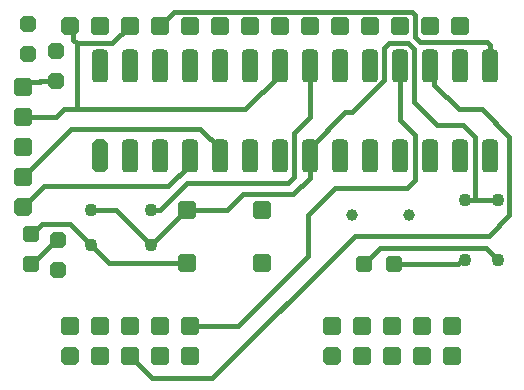
<source format=gbr>
G04*
G04 #@! TF.GenerationSoftware,Altium Limited,Altium Designer,21.2.2 (38)*
G04*
G04 Layer_Physical_Order=2*
G04 Layer_Color=16711680*
%FSLAX44Y44*%
%MOMM*%
G71*
G04*
G04 #@! TF.SameCoordinates,11E53DB6-EA1C-46B5-B3C1-A0E245133AF0*
G04*
G04*
G04 #@! TF.FilePolarity,Positive*
G04*
G01*
G75*
G04:AMPARAMS|DCode=16|XSize=1.6002mm|YSize=1.6002mm|CornerRadius=0.4001mm|HoleSize=0mm|Usage=FLASHONLY|Rotation=0.000|XOffset=0mm|YOffset=0mm|HoleType=Round|Shape=RoundedRectangle|*
%AMROUNDEDRECTD16*
21,1,1.6002,0.8001,0,0,0.0*
21,1,0.8001,1.6002,0,0,0.0*
1,1,0.8001,0.4001,-0.4001*
1,1,0.8001,-0.4001,-0.4001*
1,1,0.8001,-0.4001,0.4001*
1,1,0.8001,0.4001,0.4001*
%
%ADD16ROUNDEDRECTD16*%
G04:AMPARAMS|DCode=17|XSize=1.6002mm|YSize=1.6002mm|CornerRadius=0mm|HoleSize=0mm|Usage=FLASHONLY|Rotation=0.000|XOffset=0mm|YOffset=0mm|HoleType=Round|Shape=Octagon|*
%AMOCTAGOND17*
4,1,8,0.8001,-0.4001,0.8001,0.4001,0.4001,0.8001,-0.4001,0.8001,-0.8001,0.4001,-0.8001,-0.4001,-0.4001,-0.8001,0.4001,-0.8001,0.8001,-0.4001,0.0*
%
%ADD17OCTAGOND17*%

G04:AMPARAMS|DCode=18|XSize=1.4mm|YSize=1.4mm|CornerRadius=0mm|HoleSize=0mm|Usage=FLASHONLY|Rotation=270.000|XOffset=0mm|YOffset=0mm|HoleType=Round|Shape=Octagon|*
%AMOCTAGOND18*
4,1,8,-0.3500,-0.7000,0.3500,-0.7000,0.7000,-0.3500,0.7000,0.3500,0.3500,0.7000,-0.3500,0.7000,-0.7000,0.3500,-0.7000,-0.3500,-0.3500,-0.7000,0.0*
%
%ADD18OCTAGOND18*%

G04:AMPARAMS|DCode=19|XSize=1.4mm|YSize=1.4mm|CornerRadius=0.35mm|HoleSize=0mm|Usage=FLASHONLY|Rotation=0.000|XOffset=0mm|YOffset=0mm|HoleType=Round|Shape=RoundedRectangle|*
%AMROUNDEDRECTD19*
21,1,1.4000,0.7000,0,0,0.0*
21,1,0.7000,1.4000,0,0,0.0*
1,1,0.7000,0.3500,-0.3500*
1,1,0.7000,-0.3500,-0.3500*
1,1,0.7000,-0.3500,0.3500*
1,1,0.7000,0.3500,0.3500*
%
%ADD19ROUNDEDRECTD19*%
G04:AMPARAMS|DCode=20|XSize=1.397mm|YSize=2.794mm|CornerRadius=0mm|HoleSize=0mm|Usage=FLASHONLY|Rotation=0.000|XOffset=0mm|YOffset=0mm|HoleType=Round|Shape=Octagon|*
%AMOCTAGOND20*
4,1,8,-0.3493,1.3970,0.3493,1.3970,0.6985,1.0478,0.6985,-1.0478,0.3493,-1.3970,-0.3493,-1.3970,-0.6985,-1.0478,-0.6985,1.0478,-0.3493,1.3970,0.0*
%
%ADD20OCTAGOND20*%

G04:AMPARAMS|DCode=21|XSize=1.397mm|YSize=2.794mm|CornerRadius=0.3493mm|HoleSize=0mm|Usage=FLASHONLY|Rotation=0.000|XOffset=0mm|YOffset=0mm|HoleType=Round|Shape=RoundedRectangle|*
%AMROUNDEDRECTD21*
21,1,1.3970,2.0955,0,0,0.0*
21,1,0.6985,2.7940,0,0,0.0*
1,1,0.6985,0.3493,-1.0478*
1,1,0.6985,-0.3493,-1.0478*
1,1,0.6985,-0.3493,1.0478*
1,1,0.6985,0.3493,1.0478*
%
%ADD21ROUNDEDRECTD21*%
G04:AMPARAMS|DCode=22|XSize=1.6002mm|YSize=1.6002mm|CornerRadius=0.4001mm|HoleSize=0mm|Usage=FLASHONLY|Rotation=90.000|XOffset=0mm|YOffset=0mm|HoleType=Round|Shape=RoundedRectangle|*
%AMROUNDEDRECTD22*
21,1,1.6002,0.8001,0,0,90.0*
21,1,0.8001,1.6002,0,0,90.0*
1,1,0.8001,0.4001,0.4001*
1,1,0.8001,0.4001,-0.4001*
1,1,0.8001,-0.4001,-0.4001*
1,1,0.8001,-0.4001,0.4001*
%
%ADD22ROUNDEDRECTD22*%
G04:AMPARAMS|DCode=23|XSize=1.6002mm|YSize=1.6002mm|CornerRadius=0mm|HoleSize=0mm|Usage=FLASHONLY|Rotation=90.000|XOffset=0mm|YOffset=0mm|HoleType=Round|Shape=Octagon|*
%AMOCTAGOND23*
4,1,8,0.4001,0.8001,-0.4001,0.8001,-0.8001,0.4001,-0.8001,-0.4001,-0.4001,-0.8001,0.4001,-0.8001,0.8001,-0.4001,0.8001,0.4001,0.4001,0.8001,0.0*
%
%ADD23OCTAGOND23*%

%ADD24C,1.1000*%
G04:AMPARAMS|DCode=25|XSize=1.6mm|YSize=1.6mm|CornerRadius=0.4mm|HoleSize=0mm|Usage=FLASHONLY|Rotation=90.000|XOffset=0mm|YOffset=0mm|HoleType=Round|Shape=RoundedRectangle|*
%AMROUNDEDRECTD25*
21,1,1.6000,0.8000,0,0,90.0*
21,1,0.8000,1.6000,0,0,90.0*
1,1,0.8000,0.4000,0.4000*
1,1,0.8000,0.4000,-0.4000*
1,1,0.8000,-0.4000,-0.4000*
1,1,0.8000,-0.4000,0.4000*
%
%ADD25ROUNDEDRECTD25*%
%ADD26C,1.0000*%
G04:AMPARAMS|DCode=27|XSize=1.4mm|YSize=1.4mm|CornerRadius=0.35mm|HoleSize=0mm|Usage=FLASHONLY|Rotation=90.000|XOffset=0mm|YOffset=0mm|HoleType=Round|Shape=RoundedRectangle|*
%AMROUNDEDRECTD27*
21,1,1.4000,0.7000,0,0,90.0*
21,1,0.7000,1.4000,0,0,90.0*
1,1,0.7000,0.3500,0.3500*
1,1,0.7000,0.3500,-0.3500*
1,1,0.7000,-0.3500,-0.3500*
1,1,0.7000,-0.3500,0.3500*
%
%ADD27ROUNDEDRECTD27*%
%ADD28C,0.4000*%
D16*
X368300Y311123D02*
D03*
X342900D02*
D03*
X317500D02*
D03*
X292100D02*
D03*
X266700D02*
D03*
X241300D02*
D03*
X215900D02*
D03*
X190500D02*
D03*
X165100D02*
D03*
X139700D02*
D03*
X114300D02*
D03*
X88900D02*
D03*
X63500D02*
D03*
X139700Y57150D02*
D03*
Y31750D02*
D03*
X114300Y57150D02*
D03*
Y31750D02*
D03*
X88900Y57150D02*
D03*
Y31750D02*
D03*
X63500Y57150D02*
D03*
Y31750D02*
D03*
X38100Y57150D02*
D03*
X361950D02*
D03*
Y31750D02*
D03*
X336550Y57150D02*
D03*
Y31750D02*
D03*
X311150Y57150D02*
D03*
Y31750D02*
D03*
X285750Y57150D02*
D03*
Y31750D02*
D03*
X260350Y57150D02*
D03*
D17*
X38100Y311123D02*
D03*
Y31750D02*
D03*
X260350D02*
D03*
D18*
X2540Y287020D02*
D03*
Y312420D02*
D03*
X26670Y289560D02*
D03*
Y264160D02*
D03*
X27940Y104140D02*
D03*
Y129540D02*
D03*
D19*
X312420Y109220D02*
D03*
X287020D02*
D03*
D20*
X63500Y200660D02*
D03*
D21*
X88900D02*
D03*
X114300D02*
D03*
X139700D02*
D03*
X165100D02*
D03*
X190500D02*
D03*
X215900D02*
D03*
X241300D02*
D03*
X266700D02*
D03*
X292100D02*
D03*
X317500D02*
D03*
X342900D02*
D03*
X368300D02*
D03*
X393700D02*
D03*
Y276860D02*
D03*
X368300D02*
D03*
X342900D02*
D03*
X317500D02*
D03*
X292100D02*
D03*
X266700D02*
D03*
X241300D02*
D03*
X215900D02*
D03*
X190500D02*
D03*
X165100D02*
D03*
X139700D02*
D03*
X114300D02*
D03*
X88900D02*
D03*
X63500D02*
D03*
D22*
X-1270Y259080D02*
D03*
Y233680D02*
D03*
Y208280D02*
D03*
Y182880D02*
D03*
D23*
Y157480D02*
D03*
D24*
X372655Y163830D02*
D03*
Y113030D02*
D03*
X400550Y164080D02*
D03*
Y113280D02*
D03*
X106680Y154940D02*
D03*
X55880D02*
D03*
Y125730D02*
D03*
X106680D02*
D03*
D25*
X200660Y110490D02*
D03*
Y154940D02*
D03*
X137160Y110490D02*
D03*
Y154940D02*
D03*
D26*
X276860Y151130D02*
D03*
X325120D02*
D03*
D27*
X5080Y109220D02*
D03*
Y134620D02*
D03*
D28*
X126176Y322999D02*
X327946D01*
X114300Y311123D02*
X126176Y322999D01*
X327946D02*
X330289Y320656D01*
Y301984D02*
Y320656D01*
X44344Y296363D02*
X74140D01*
X44344Y296256D02*
Y296363D01*
Y240362D02*
Y296256D01*
X41272Y299328D02*
X44344Y296256D01*
X38100Y311123D02*
X41272Y307951D01*
Y299328D02*
Y307951D01*
X44344Y240362D02*
X186387D01*
X33429D02*
X44344D01*
X324980Y296363D02*
X329766Y291578D01*
Y246814D02*
X349300Y227280D01*
X329766Y246814D02*
Y291578D01*
X308738Y296363D02*
X324980D01*
X335093Y297180D02*
X391357D01*
X330289Y301984D02*
X335093Y297180D01*
X159008Y12700D02*
X279455Y133147D01*
X393014D02*
X410456Y150588D01*
X279455Y133147D02*
X393014D01*
X287020Y109220D02*
X301257Y123457D01*
X390373D01*
X400550Y113280D01*
X312420Y109220D02*
X366951D01*
X370761Y113030D02*
X372655D01*
X366951Y109220D02*
X370761Y113030D01*
X-1270Y182880D02*
X39742Y223892D01*
X148853D02*
X165100Y207645D01*
X39742Y223892D02*
X148853D01*
X137499Y178233D02*
X223444D01*
X228518Y183307D02*
Y220820D01*
X223444Y178233D02*
X228518Y183307D01*
Y220820D02*
X241300Y233603D01*
X114575Y155309D02*
X137499Y178233D01*
X136525Y154940D02*
X171161D01*
X184894Y168673D02*
X227567D01*
X171161Y154940D02*
X184894Y168673D01*
X239633Y151031D02*
X262592Y173990D01*
X323473D02*
X330289Y180806D01*
X262592Y173990D02*
X323473D01*
X239633Y116206D02*
Y151031D01*
X139700Y57150D02*
X180577D01*
X239633Y116206D01*
X330289Y180806D02*
Y218598D01*
X317500Y231388D02*
X330289Y218598D01*
X410456Y150588D02*
Y217374D01*
X367968Y240362D02*
X387468D01*
X410456Y217374D01*
X304421Y265322D02*
Y292046D01*
X308738Y296363D01*
X276898Y237799D02*
X304421Y265322D01*
X107950Y12700D02*
X159008D01*
X88900Y31750D02*
X107950Y12700D01*
X5892Y134620D02*
X14790Y143518D01*
X38092D02*
X55880Y125730D01*
X14790Y143518D02*
X38092D01*
X55880Y125730D02*
X71120Y110490D01*
X5080Y134620D02*
X5892D01*
X107049Y155309D02*
X114575D01*
X106680Y154940D02*
X107049Y155309D01*
X12731Y233603D02*
X26670D01*
X74140Y296363D02*
X88900Y311123D01*
X26670Y233603D02*
X33429Y240362D01*
X186387D02*
X215900Y269875D01*
X391357Y297180D02*
X393700Y294837D01*
Y276860D02*
Y294837D01*
X346882Y261448D02*
X367968Y240362D01*
X349300Y227280D02*
X371388D01*
X381302Y165213D02*
Y217365D01*
X371388Y227280D02*
X381302Y217365D01*
X382561Y163955D02*
X400425D01*
X372780D02*
X382561D01*
X381302Y165213D02*
X382561Y163955D01*
X342900Y276860D02*
X346882Y272878D01*
Y261448D02*
Y272878D01*
X-1270Y157480D02*
X16887Y175637D01*
X-1270Y259080D02*
X3260Y263610D01*
X165100Y200660D02*
Y207645D01*
X5080Y109220D02*
X5892D01*
X107315Y125730D02*
X136525Y154940D01*
X227567Y168673D02*
X241300Y182407D01*
X271455Y237799D02*
X276898D01*
X241300Y207645D02*
X271455Y237799D01*
X241300Y182407D02*
Y207645D01*
X-1270Y233680D02*
X12731D01*
X106680Y125730D02*
X107315D01*
X26212Y129540D02*
X27940D01*
X13282Y264160D02*
X26670D01*
X317500Y231388D02*
Y276860D01*
X71120Y110490D02*
X137160D01*
X77470Y154940D02*
X106680Y125730D01*
X55880Y154940D02*
X77470D01*
X400425Y163955D02*
X400550Y164080D01*
X372655Y163830D02*
X372780Y163955D01*
X16887Y175637D02*
X121662D01*
X139700Y193675D02*
Y200660D01*
X121662Y175637D02*
X139700Y193675D01*
X241300Y233603D02*
Y276860D01*
X215900Y269875D02*
Y276860D01*
X3260Y263610D02*
X12731D01*
X13282Y264160D01*
X5892Y109220D02*
X26212Y129540D01*
M02*

</source>
